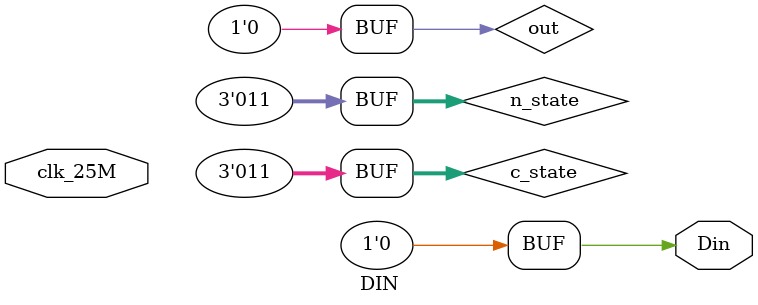
<source format=v>
module DIN(
input clk_25M,
output Din);

reg [7:0] counter = 0;
reg [7:0] count = 0;

parameter bit1 = 3'b000, bit2 = 3'b001, bit3 = 3'b010, idle = 3'b011;
reg [2:0] c_state, n_state;
reg out;

assign Din = out;

always @(negedge clk_25M)
begin

 c_state <= n_state; // otherwise, next state
end 

always @(c_state)
begin
	case(c_state)
		default: begin
		
		c_state <=idle;
		n_state <= idle;
		out <= 0;
		
		end
		
		idle : begin
		if(count == 0) begin
		if (counter < 2) begin
			counter <= counter + 1;
			n_state <= idle;
		end
		else begin
			counter <= 0;
			n_state <= bit1;
		end
		end
		
		else begin
		out<= 0;
		end
		
		end
		
		bit1: begin
		out <= 1;
		n_state <= bit2;
		end
		
		bit2: begin
		out <= 0;
		n_state <= bit3;
		end
		
		bit3: begin 
		out <=1;
		count <= 1;
		n_state <= idle;
		end
		
		endcase
		end
		
endmodule

</source>
